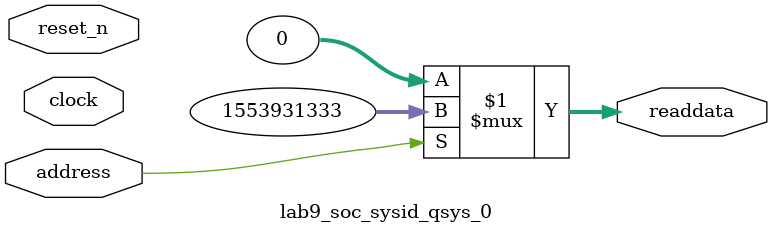
<source format=v>



// synthesis translate_off
`timescale 1ns / 1ps
// synthesis translate_on

// turn off superfluous verilog processor warnings 
// altera message_level Level1 
// altera message_off 10034 10035 10036 10037 10230 10240 10030 

module lab9_soc_sysid_qsys_0 (
               // inputs:
                address,
                clock,
                reset_n,

               // outputs:
                readdata
             )
;

  output  [ 31: 0] readdata;
  input            address;
  input            clock;
  input            reset_n;

  wire    [ 31: 0] readdata;
  //control_slave, which is an e_avalon_slave
  assign readdata = address ? 1553931333 : 0;

endmodule



</source>
